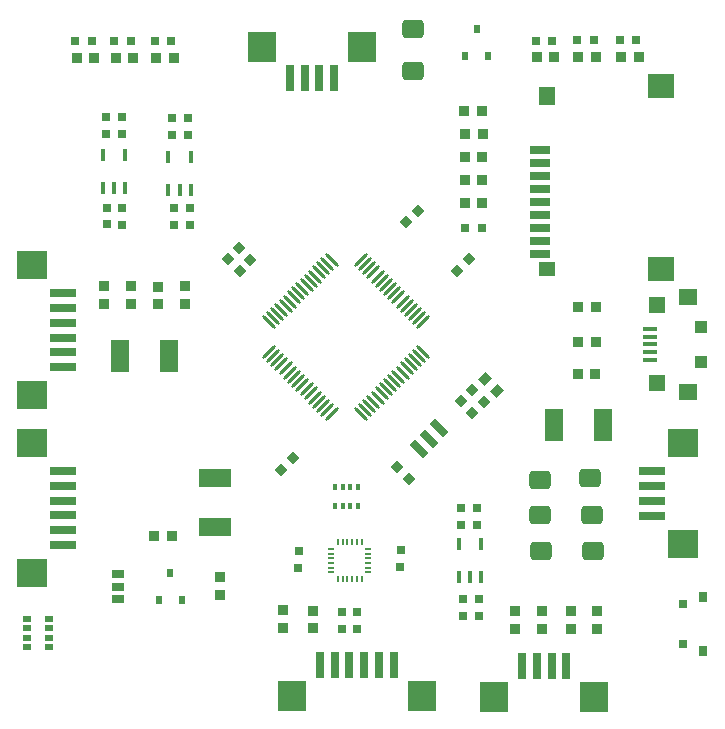
<source format=gtp>
G04*
G04 #@! TF.GenerationSoftware,Altium Limited,Altium Designer,20.2.6 (244)*
G04*
G04 Layer_Color=8421504*
%FSLAX24Y24*%
%MOIN*%
G70*
G04*
G04 #@! TF.SameCoordinates,51859F98-D9B2-4489-9200-0AB67A10A6FC*
G04*
G04*
G04 #@! TF.FilePolarity,Positive*
G04*
G01*
G75*
G04:AMPARAMS|DCode=19|XSize=74.8mil|YSize=63mil|CornerRadius=15.7mil|HoleSize=0mil|Usage=FLASHONLY|Rotation=0.000|XOffset=0mil|YOffset=0mil|HoleType=Round|Shape=RoundedRectangle|*
%AMROUNDEDRECTD19*
21,1,0.0748,0.0315,0,0,0.0*
21,1,0.0433,0.0630,0,0,0.0*
1,1,0.0315,0.0217,-0.0157*
1,1,0.0315,-0.0217,-0.0157*
1,1,0.0315,-0.0217,0.0157*
1,1,0.0315,0.0217,0.0157*
%
%ADD19ROUNDEDRECTD19*%
%ADD20R,0.0866X0.0315*%
%ADD21R,0.0984X0.0925*%
%ADD22R,0.0236X0.0315*%
%ADD23R,0.0318X0.0340*%
%ADD24R,0.0630X0.1100*%
%ADD25R,0.0300X0.0300*%
%ADD26R,0.0315X0.0866*%
%ADD27R,0.0925X0.0984*%
G04:AMPARAMS|DCode=28|XSize=23.6mil|YSize=63mil|CornerRadius=0mil|HoleSize=0mil|Usage=FLASHONLY|Rotation=45.000|XOffset=0mil|YOffset=0mil|HoleType=Round|Shape=Rectangle|*
%AMROTATEDRECTD28*
4,1,4,0.0139,-0.0306,-0.0306,0.0139,-0.0139,0.0306,0.0306,-0.0139,0.0139,-0.0306,0.0*
%
%ADD28ROTATEDRECTD28*%

%ADD29R,0.0340X0.0318*%
G04:AMPARAMS|DCode=30|XSize=31.8mil|YSize=34mil|CornerRadius=0mil|HoleSize=0mil|Usage=FLASHONLY|Rotation=315.000|XOffset=0mil|YOffset=0mil|HoleType=Round|Shape=Rectangle|*
%AMROTATEDRECTD30*
4,1,4,-0.0233,-0.0008,0.0008,0.0233,0.0233,0.0008,-0.0008,-0.0233,-0.0233,-0.0008,0.0*
%
%ADD30ROTATEDRECTD30*%

%ADD31P,0.0424X4X180.0*%
%ADD32R,0.0433X0.0276*%
%ADD33R,0.1100X0.0630*%
%ADD34R,0.0300X0.0300*%
%ADD35R,0.0177X0.0394*%
%ADD36P,0.0424X4X270.0*%
%ADD37R,0.0709X0.0276*%
%ADD38R,0.0551X0.0472*%
%ADD39R,0.0866X0.0800*%
%ADD40R,0.0551X0.0630*%
%ADD41R,0.0315X0.0315*%
%ADD42R,0.0315X0.0354*%
%ADD43R,0.0394X0.0433*%
%ADD44R,0.0591X0.0531*%
%ADD45R,0.0551X0.0551*%
%ADD46R,0.0472X0.0157*%
%ADD47O,0.0240X0.0080*%
%ADD48O,0.0080X0.0240*%
%ADD49R,0.0138X0.0197*%
G04:AMPARAMS|DCode=50|XSize=9.8mil|YSize=61mil|CornerRadius=0mil|HoleSize=0mil|Usage=FLASHONLY|Rotation=225.000|XOffset=0mil|YOffset=0mil|HoleType=Round|Shape=Round|*
%AMOVALD50*
21,1,0.0512,0.0098,0.0000,0.0000,315.0*
1,1,0.0098,-0.0181,0.0181*
1,1,0.0098,0.0181,-0.0181*
%
%ADD50OVALD50*%

G04:AMPARAMS|DCode=51|XSize=9.8mil|YSize=61mil|CornerRadius=0mil|HoleSize=0mil|Usage=FLASHONLY|Rotation=135.000|XOffset=0mil|YOffset=0mil|HoleType=Round|Shape=Round|*
%AMOVALD51*
21,1,0.0512,0.0098,0.0000,0.0000,225.0*
1,1,0.0098,0.0181,0.0181*
1,1,0.0098,-0.0181,-0.0181*
%
%ADD51OVALD51*%

%ADD52R,0.0315X0.0197*%
D19*
X38030Y21240D02*
D03*
X38060Y20040D02*
D03*
X36320Y20060D02*
D03*
X36300Y21260D02*
D03*
X37950Y22470D02*
D03*
X36290Y22430D02*
D03*
X32070Y37450D02*
D03*
Y36050D02*
D03*
D20*
X40018Y21232D02*
D03*
Y21724D02*
D03*
Y22216D02*
D03*
Y22708D02*
D03*
X20382Y26672D02*
D03*
Y26180D02*
D03*
Y28640D02*
D03*
Y28148D02*
D03*
Y27656D02*
D03*
Y27164D02*
D03*
Y21234D02*
D03*
Y21726D02*
D03*
Y22218D02*
D03*
Y22710D02*
D03*
Y20250D02*
D03*
Y20742D02*
D03*
D21*
X41042Y23645D02*
D03*
Y20295D02*
D03*
X19358Y25243D02*
D03*
Y29577D02*
D03*
Y23647D02*
D03*
Y19313D02*
D03*
D22*
X23970Y19313D02*
D03*
X24344Y18420D02*
D03*
X23596D02*
D03*
X33806Y36547D02*
D03*
X34554D02*
D03*
X34180Y37440D02*
D03*
D23*
X23417Y20540D02*
D03*
X24010D02*
D03*
X37550Y28170D02*
D03*
X38143D02*
D03*
X38140Y25960D02*
D03*
X37547D02*
D03*
X37557Y27030D02*
D03*
X38150D02*
D03*
X21440Y36480D02*
D03*
X20847D02*
D03*
X22740Y36490D02*
D03*
X22147D02*
D03*
X24083Y36500D02*
D03*
X23490D02*
D03*
X33777Y31641D02*
D03*
X34370D02*
D03*
Y32411D02*
D03*
X33777D02*
D03*
X34370Y33181D02*
D03*
X33777D02*
D03*
X38990Y36520D02*
D03*
X39583D02*
D03*
X37557D02*
D03*
X38150D02*
D03*
X36180D02*
D03*
X36773D02*
D03*
X34360Y34720D02*
D03*
X33767D02*
D03*
X34380Y33950D02*
D03*
X33787D02*
D03*
D24*
X23940Y26540D02*
D03*
X22290D02*
D03*
X38400Y24250D02*
D03*
X36750D02*
D03*
D25*
X38950Y37080D02*
D03*
X39495Y37079D02*
D03*
X37530Y37070D02*
D03*
X38075Y37069D02*
D03*
X36150Y37060D02*
D03*
X36695Y37059D02*
D03*
X23995Y37049D02*
D03*
X23450Y37050D02*
D03*
X22642Y37039D02*
D03*
X22097Y37040D02*
D03*
X21348Y37049D02*
D03*
X20803Y37050D02*
D03*
X34350Y30820D02*
D03*
X33785Y30821D02*
D03*
D26*
X29428Y35818D02*
D03*
X28936D02*
D03*
X28444D02*
D03*
X27952D02*
D03*
X30426Y16242D02*
D03*
X29934D02*
D03*
X29442D02*
D03*
X28950D02*
D03*
X31410D02*
D03*
X30918D02*
D03*
X37168Y16212D02*
D03*
X36676D02*
D03*
X36184D02*
D03*
X35692D02*
D03*
D27*
X27015Y36842D02*
D03*
X30365D02*
D03*
X28013Y15218D02*
D03*
X32347D02*
D03*
X34755Y15188D02*
D03*
X38105D02*
D03*
D28*
X32600Y23800D02*
D03*
X32266Y23466D02*
D03*
X32934Y24134D02*
D03*
D29*
X24460Y28280D02*
D03*
Y28873D02*
D03*
X21755Y28281D02*
D03*
Y28874D02*
D03*
X22657Y28280D02*
D03*
Y28873D02*
D03*
X23558Y28270D02*
D03*
Y28863D02*
D03*
X36370Y18050D02*
D03*
Y17457D02*
D03*
X37320Y17460D02*
D03*
Y18053D02*
D03*
X38190Y17450D02*
D03*
Y18043D02*
D03*
X35460Y18050D02*
D03*
Y17457D02*
D03*
X25610Y19180D02*
D03*
Y18587D02*
D03*
X27720Y18073D02*
D03*
Y17480D02*
D03*
X28720Y18060D02*
D03*
Y17467D02*
D03*
D30*
X34451Y25799D02*
D03*
X34870Y25380D02*
D03*
D31*
X34040Y24660D02*
D03*
X33641Y25060D02*
D03*
X26640Y29740D02*
D03*
X26241Y30140D02*
D03*
X25891Y29780D02*
D03*
X26290Y29380D02*
D03*
X31908Y22452D02*
D03*
X31509Y22852D02*
D03*
X34410Y25020D02*
D03*
X34011Y25420D02*
D03*
D32*
X22230Y18450D02*
D03*
Y19270D02*
D03*
Y18860D02*
D03*
D33*
X25460Y20850D02*
D03*
Y22500D02*
D03*
D34*
X29679Y17445D02*
D03*
X29680Y18010D02*
D03*
X28240Y19470D02*
D03*
X28241Y20035D02*
D03*
X24571Y34485D02*
D03*
X24570Y33920D02*
D03*
X34201Y21495D02*
D03*
X34200Y20930D02*
D03*
X33710Y17888D02*
D03*
X33711Y18453D02*
D03*
X34259Y17885D02*
D03*
X34260Y18450D02*
D03*
X24040Y34490D02*
D03*
X24039Y33925D02*
D03*
X21811Y34515D02*
D03*
X21810Y33950D02*
D03*
X22351Y34515D02*
D03*
X22350Y33950D02*
D03*
X22369Y30925D02*
D03*
X22370Y31490D02*
D03*
X21849Y30935D02*
D03*
X21850Y31500D02*
D03*
X24620Y30910D02*
D03*
X24621Y31475D02*
D03*
X24090Y30910D02*
D03*
X24091Y31475D02*
D03*
X30189Y17445D02*
D03*
X30190Y18010D02*
D03*
X31641Y20085D02*
D03*
X31640Y19520D02*
D03*
X33651Y21490D02*
D03*
X33651Y20925D02*
D03*
D35*
X34324Y19169D02*
D03*
X33576D02*
D03*
X33950D02*
D03*
X33576Y20271D02*
D03*
X34324D02*
D03*
X22460Y32160D02*
D03*
X21712D02*
D03*
X22086D02*
D03*
X21712Y33262D02*
D03*
X22460D02*
D03*
X24654Y32090D02*
D03*
X23906D02*
D03*
X24280D02*
D03*
X23906Y33192D02*
D03*
X24654D02*
D03*
D36*
X32240Y31400D02*
D03*
X31840Y31001D02*
D03*
X33930Y29790D02*
D03*
X33530Y29391D02*
D03*
X27662Y22752D02*
D03*
X28062Y23151D02*
D03*
D37*
X36283Y31254D02*
D03*
Y29954D02*
D03*
Y30387D02*
D03*
Y30821D02*
D03*
Y31687D02*
D03*
Y32120D02*
D03*
Y32553D02*
D03*
Y32986D02*
D03*
Y33419D02*
D03*
D38*
X36530Y29443D02*
D03*
D39*
X40310D02*
D03*
Y35545D02*
D03*
D40*
X36530Y35230D02*
D03*
D41*
X41050Y18275D02*
D03*
Y16956D02*
D03*
D42*
X41735Y16714D02*
D03*
Y18525D02*
D03*
D43*
X41660Y26350D02*
D03*
Y27531D02*
D03*
D44*
X41211Y25366D02*
D03*
Y28515D02*
D03*
D45*
X40203Y25641D02*
D03*
Y28240D02*
D03*
D46*
X39967Y26429D02*
D03*
Y26685D02*
D03*
Y26941D02*
D03*
Y27196D02*
D03*
Y27452D02*
D03*
D47*
X29330Y20124D02*
D03*
Y19966D02*
D03*
Y19809D02*
D03*
Y19651D02*
D03*
Y19494D02*
D03*
Y19336D02*
D03*
X30570D02*
D03*
Y19494D02*
D03*
Y19651D02*
D03*
Y19809D02*
D03*
Y19966D02*
D03*
Y20124D02*
D03*
D48*
X29556Y19110D02*
D03*
X29714D02*
D03*
X29871D02*
D03*
X30029D02*
D03*
X30186D02*
D03*
X30344D02*
D03*
Y20350D02*
D03*
X30186D02*
D03*
X30029D02*
D03*
X29871D02*
D03*
X29714D02*
D03*
X29556D02*
D03*
D49*
X30226Y22180D02*
D03*
X29970D02*
D03*
X29714D02*
D03*
X29458D02*
D03*
Y21550D02*
D03*
X29714D02*
D03*
X29970D02*
D03*
X30226D02*
D03*
D50*
X30317Y24605D02*
D03*
X30456Y24744D02*
D03*
X30596Y24883D02*
D03*
X30735Y25023D02*
D03*
X30874Y25162D02*
D03*
X31013Y25301D02*
D03*
X31152Y25440D02*
D03*
X31292Y25579D02*
D03*
X31431Y25719D02*
D03*
X31570Y25858D02*
D03*
X31709Y25997D02*
D03*
X31848Y26136D02*
D03*
X31987Y26275D02*
D03*
X32127Y26415D02*
D03*
X32266Y26554D02*
D03*
X32405Y26693D02*
D03*
X29343Y29755D02*
D03*
X29204Y29616D02*
D03*
X29065Y29477D02*
D03*
X28925Y29337D02*
D03*
X28786Y29198D02*
D03*
X28647Y29059D02*
D03*
X28508Y28920D02*
D03*
X28369Y28781D02*
D03*
X28229Y28641D02*
D03*
X28090Y28502D02*
D03*
X27951Y28363D02*
D03*
X27812Y28224D02*
D03*
X27673Y28085D02*
D03*
X27534Y27945D02*
D03*
X27394Y27806D02*
D03*
X27255Y27667D02*
D03*
D51*
X32405Y27667D02*
D03*
X32266Y27806D02*
D03*
X32127Y27945D02*
D03*
X31987Y28085D02*
D03*
X31848Y28224D02*
D03*
X31709Y28363D02*
D03*
X31570Y28502D02*
D03*
X31431Y28641D02*
D03*
X31292Y28781D02*
D03*
X31152Y28920D02*
D03*
X31013Y29059D02*
D03*
X30874Y29198D02*
D03*
X30735Y29337D02*
D03*
X30596Y29477D02*
D03*
X30456Y29616D02*
D03*
X30317Y29755D02*
D03*
X27255Y26693D02*
D03*
X27394Y26554D02*
D03*
X27534Y26415D02*
D03*
X27673Y26275D02*
D03*
X27812Y26136D02*
D03*
X27951Y25997D02*
D03*
X28090Y25858D02*
D03*
X28229Y25719D02*
D03*
X28369Y25579D02*
D03*
X28508Y25440D02*
D03*
X28647Y25301D02*
D03*
X28786Y25162D02*
D03*
X28925Y25023D02*
D03*
X29065Y24883D02*
D03*
X29204Y24744D02*
D03*
X29343Y24605D02*
D03*
D52*
X19206Y17792D02*
D03*
X19914D02*
D03*
X19206Y17478D02*
D03*
X19914D02*
D03*
X19206Y17162D02*
D03*
X19914D02*
D03*
X19206Y16848D02*
D03*
X19914D02*
D03*
M02*

</source>
